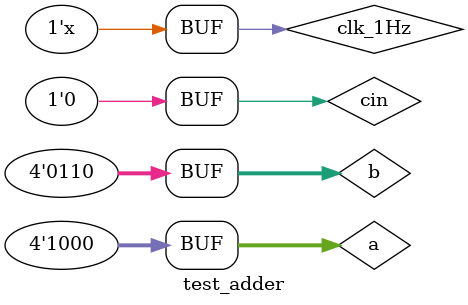
<source format=v>
`timescale 1ns/100ps
module test_adder();
    reg clk_1Hz;
    reg [3:0]a,b;
    reg cin;
    wire  [3:0]s;
    wire cout;
parallel_adder u0(.a(a),.b(b),.cin(cin),.s(s),.cout(cout));  
always #50 clk_1Hz = ~clk_1Hz ;
  initial
  begin
    clk_1Hz=0;
    a=4'b0000;b=4'b0000;cin=1'b0;
    #100;
    a=4'b0000;b=4'b0001;cin=1'b0;
    #100;
    b=4'b1111;cin=1'b1;
    #100;
    a=4'b1101;b=4'b0100;
    #100;
    a=4'b0000;b=4'b1001;cin=1'b0;
    #100;
    a=4'b1000;b=4'b0110;
end
endmodule
</source>
